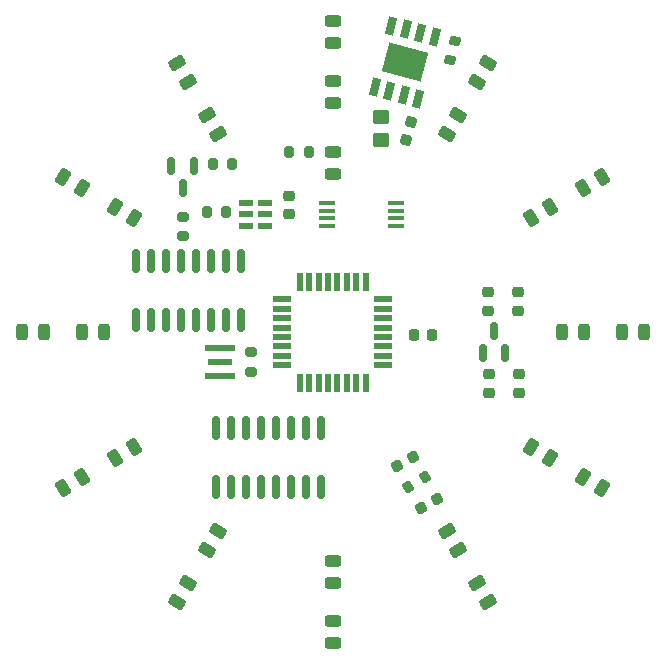
<source format=gbr>
%TF.GenerationSoftware,KiCad,Pcbnew,7.0.9*%
%TF.CreationDate,2025-01-08T15:48:33+01:00*%
%TF.ProjectId,DB-radar,44422d72-6164-4617-922e-6b696361645f,rev?*%
%TF.SameCoordinates,Original*%
%TF.FileFunction,Paste,Top*%
%TF.FilePolarity,Positive*%
%FSLAX46Y46*%
G04 Gerber Fmt 4.6, Leading zero omitted, Abs format (unit mm)*
G04 Created by KiCad (PCBNEW 7.0.9) date 2025-01-08 15:48:33*
%MOMM*%
%LPD*%
G01*
G04 APERTURE LIST*
G04 Aperture macros list*
%AMRoundRect*
0 Rectangle with rounded corners*
0 $1 Rounding radius*
0 $2 $3 $4 $5 $6 $7 $8 $9 X,Y pos of 4 corners*
0 Add a 4 corners polygon primitive as box body*
4,1,4,$2,$3,$4,$5,$6,$7,$8,$9,$2,$3,0*
0 Add four circle primitives for the rounded corners*
1,1,$1+$1,$2,$3*
1,1,$1+$1,$4,$5*
1,1,$1+$1,$6,$7*
1,1,$1+$1,$8,$9*
0 Add four rect primitives between the rounded corners*
20,1,$1+$1,$2,$3,$4,$5,0*
20,1,$1+$1,$4,$5,$6,$7,0*
20,1,$1+$1,$6,$7,$8,$9,0*
20,1,$1+$1,$8,$9,$2,$3,0*%
%AMRotRect*
0 Rectangle, with rotation*
0 The origin of the aperture is its center*
0 $1 length*
0 $2 width*
0 $3 Rotation angle, in degrees counterclockwise*
0 Add horizontal line*
21,1,$1,$2,0,0,$3*%
G04 Aperture macros list end*
%ADD10RoundRect,0.243750X0.439219X0.273249X0.017031X0.516999X-0.439219X-0.273249X-0.017031X-0.516999X0*%
%ADD11RoundRect,0.225000X-0.069856X-0.329006X0.319856X-0.104006X0.069856X0.329006X-0.319856X0.104006X0*%
%ADD12RotRect,0.700000X1.525000X165.000000*%
%ADD13RotRect,2.513000X3.402000X75.000000*%
%ADD14RoundRect,0.200000X-0.275000X0.200000X-0.275000X-0.200000X0.275000X-0.200000X0.275000X0.200000X0*%
%ADD15RoundRect,0.243750X0.243750X0.456250X-0.243750X0.456250X-0.243750X-0.456250X0.243750X-0.456250X0*%
%ADD16RoundRect,0.243750X-0.516999X-0.017031X-0.273249X-0.439219X0.516999X0.017031X0.273249X0.439219X0*%
%ADD17RoundRect,0.243750X-0.017031X0.516999X-0.439219X0.273249X0.017031X-0.516999X0.439219X-0.273249X0*%
%ADD18RoundRect,0.243750X0.273249X-0.439219X0.516999X-0.017031X-0.273249X0.439219X-0.516999X0.017031X0*%
%ADD19RoundRect,0.225000X-0.183247X0.282038X-0.299716X-0.152629X0.183247X-0.282038X0.299716X0.152629X0*%
%ADD20RoundRect,0.243750X-0.456250X0.243750X-0.456250X-0.243750X0.456250X-0.243750X0.456250X0.243750X0*%
%ADD21RoundRect,0.243750X0.456250X-0.243750X0.456250X0.243750X-0.456250X0.243750X-0.456250X-0.243750X0*%
%ADD22RoundRect,0.243750X-0.273249X0.439219X-0.516999X0.017031X0.273249X-0.439219X0.516999X-0.017031X0*%
%ADD23R,2.540000X0.550000*%
%ADD24R,2.000000X0.550000*%
%ADD25RoundRect,0.200000X-0.035705X-0.338157X0.310705X-0.138157X0.035705X0.338157X-0.310705X0.138157X0*%
%ADD26R,1.600000X0.550000*%
%ADD27R,0.550000X1.600000*%
%ADD28RoundRect,0.225000X0.250000X-0.225000X0.250000X0.225000X-0.250000X0.225000X-0.250000X-0.225000X0*%
%ADD29RoundRect,0.243750X0.017031X-0.516999X0.439219X-0.273249X-0.017031X0.516999X-0.439219X0.273249X0*%
%ADD30RoundRect,0.243750X0.516999X0.017031X0.273249X0.439219X-0.516999X-0.017031X-0.273249X-0.439219X0*%
%ADD31RoundRect,0.150000X0.150000X-0.587500X0.150000X0.587500X-0.150000X0.587500X-0.150000X-0.587500X0*%
%ADD32RoundRect,0.150000X0.150000X-0.825000X0.150000X0.825000X-0.150000X0.825000X-0.150000X-0.825000X0*%
%ADD33RoundRect,0.200000X-0.200000X-0.275000X0.200000X-0.275000X0.200000X0.275000X-0.200000X0.275000X0*%
%ADD34R,1.150000X0.600000*%
%ADD35RoundRect,0.243750X-0.439219X-0.273249X-0.017031X-0.516999X0.439219X0.273249X0.017031X0.516999X0*%
%ADD36RoundRect,0.225000X0.225000X0.250000X-0.225000X0.250000X-0.225000X-0.250000X0.225000X-0.250000X0*%
%ADD37R,1.475000X0.450000*%
%ADD38RoundRect,0.225000X-0.250000X0.225000X-0.250000X-0.225000X0.250000X-0.225000X0.250000X0.225000X0*%
%ADD39RoundRect,0.200000X0.275000X-0.200000X0.275000X0.200000X-0.275000X0.200000X-0.275000X-0.200000X0*%
%ADD40RoundRect,0.243750X-0.243750X-0.456250X0.243750X-0.456250X0.243750X0.456250X-0.243750X0.456250X0*%
%ADD41RoundRect,0.150000X-0.150000X0.587500X-0.150000X-0.587500X0.150000X-0.587500X0.150000X0.587500X0*%
%ADD42RoundRect,0.200000X0.213866X-0.264360X0.317393X0.122010X-0.213866X0.264360X-0.317393X-0.122010X0*%
%ADD43RoundRect,0.250000X0.450000X-0.350000X0.450000X0.350000X-0.450000X0.350000X-0.450000X-0.350000X0*%
G04 APERTURE END LIST*
D10*
%TO.C,D28*%
X84814263Y-117308750D03*
X83190465Y-116371250D03*
%TD*%
D11*
%TO.C,C9*%
X108367170Y-137552736D03*
X107024830Y-138327736D03*
%TD*%
D12*
%TO.C,U3*%
X105153994Y-106266541D03*
X106380720Y-106595241D03*
X107607446Y-106923941D03*
X108834171Y-107252641D03*
X110238006Y-102013459D03*
X109011280Y-101684759D03*
X107784554Y-101356059D03*
X106557829Y-101027359D03*
D13*
X107696000Y-104140000D03*
%TD*%
D14*
%TO.C,R4*%
X94658224Y-128672989D03*
X94658224Y-130322989D03*
%TD*%
D15*
%TO.C,D11*%
X77137500Y-127000000D03*
X75262500Y-127000000D03*
%TD*%
D10*
%TO.C,D12*%
X80414854Y-114768750D03*
X78791056Y-113831250D03*
%TD*%
D16*
%TO.C,D23*%
X111291250Y-143785737D03*
X112228750Y-145409535D03*
%TD*%
D17*
%TO.C,D26*%
X84814263Y-136691250D03*
X83190465Y-137628750D03*
%TD*%
D18*
%TO.C,D19*%
X111291250Y-110214263D03*
X112228750Y-108590465D03*
%TD*%
D19*
%TO.C,C4*%
X108204000Y-109220000D03*
X107802830Y-110717186D03*
%TD*%
D20*
%TO.C,D8*%
X101600000Y-151462500D03*
X101600000Y-153337500D03*
%TD*%
D21*
%TO.C,D14*%
X101600000Y-102537500D03*
X101600000Y-100662500D03*
%TD*%
D22*
%TO.C,D25*%
X91908750Y-143785737D03*
X90971250Y-145409535D03*
%TD*%
D23*
%TO.C,Y1*%
X92075000Y-130740000D03*
X92075000Y-128340000D03*
D24*
X92075000Y-129540000D03*
%TD*%
D17*
%TO.C,D10*%
X80414854Y-139231250D03*
X78791056Y-140168750D03*
%TD*%
D25*
%TO.C,R11*%
X107997529Y-140112500D03*
X109426471Y-139287500D03*
%TD*%
D26*
%TO.C,U1*%
X97350000Y-124200000D03*
X97350000Y-125000000D03*
X97350000Y-125800000D03*
X97350000Y-126600000D03*
X97350000Y-127400000D03*
X97350000Y-128200000D03*
X97350000Y-129000000D03*
X97350000Y-129800000D03*
D27*
X98800000Y-131250000D03*
X99600000Y-131250000D03*
X100400000Y-131250000D03*
X101200000Y-131250000D03*
X102000000Y-131250000D03*
X102800000Y-131250000D03*
X103600000Y-131250000D03*
X104400000Y-131250000D03*
D26*
X105850000Y-129800000D03*
X105850000Y-129000000D03*
X105850000Y-128200000D03*
X105850000Y-127400000D03*
X105850000Y-126600000D03*
X105850000Y-125800000D03*
X105850000Y-125000000D03*
X105850000Y-124200000D03*
D27*
X104400000Y-122750000D03*
X103600000Y-122750000D03*
X102800000Y-122750000D03*
X102000000Y-122750000D03*
X101200000Y-122750000D03*
X100400000Y-122750000D03*
X99600000Y-122750000D03*
X98800000Y-122750000D03*
%TD*%
D28*
%TO.C,C7*%
X114838000Y-132106000D03*
X114838000Y-130556000D03*
%TD*%
D29*
%TO.C,D4*%
X122785146Y-114768750D03*
X124408944Y-113831250D03*
%TD*%
D30*
%TO.C,D13*%
X89368750Y-105814854D03*
X88431250Y-104191056D03*
%TD*%
D31*
%TO.C,U4*%
X114300000Y-128791000D03*
X116200000Y-128791000D03*
X115250000Y-126916000D03*
%TD*%
D32*
%TO.C,U8*%
X91694000Y-140078000D03*
X92964000Y-140078000D03*
X94234000Y-140078000D03*
X95504000Y-140078000D03*
X96774000Y-140078000D03*
X98044000Y-140078000D03*
X99314000Y-140078000D03*
X100584000Y-140078000D03*
X100584000Y-135128000D03*
X99314000Y-135128000D03*
X98044000Y-135128000D03*
X96774000Y-135128000D03*
X95504000Y-135128000D03*
X94234000Y-135128000D03*
X92964000Y-135128000D03*
X91694000Y-135128000D03*
%TD*%
D33*
%TO.C,R14*%
X91440000Y-112776000D03*
X93090000Y-112776000D03*
%TD*%
D34*
%TO.C,U2*%
X94302000Y-116073000D03*
X94302000Y-117023000D03*
X94302000Y-117973000D03*
X95902000Y-117973000D03*
X95902000Y-117023000D03*
X95902000Y-116073000D03*
%TD*%
D18*
%TO.C,D3*%
X113831250Y-105814854D03*
X114768750Y-104191056D03*
%TD*%
D32*
%TO.C,U5*%
X84963000Y-125919000D03*
X86233000Y-125919000D03*
X87503000Y-125919000D03*
X88773000Y-125919000D03*
X90043000Y-125919000D03*
X91313000Y-125919000D03*
X92583000Y-125919000D03*
X93853000Y-125919000D03*
X93853000Y-120969000D03*
X92583000Y-120969000D03*
X91313000Y-120969000D03*
X90043000Y-120969000D03*
X88773000Y-120969000D03*
X87503000Y-120969000D03*
X86233000Y-120969000D03*
X84963000Y-120969000D03*
%TD*%
D35*
%TO.C,D22*%
X118385737Y-136691250D03*
X120009535Y-137628750D03*
%TD*%
D36*
%TO.C,C1*%
X110008000Y-127254000D03*
X108458000Y-127254000D03*
%TD*%
D30*
%TO.C,D29*%
X91908750Y-110214263D03*
X90971250Y-108590465D03*
%TD*%
D37*
%TO.C,Q1*%
X101092000Y-116048000D03*
X101092000Y-116698000D03*
X101092000Y-117348000D03*
X101092000Y-117998000D03*
X106968000Y-117998000D03*
X106968000Y-117348000D03*
X106968000Y-116698000D03*
X106968000Y-116048000D03*
%TD*%
D33*
%TO.C,R9*%
X90932000Y-116840000D03*
X92582000Y-116840000D03*
%TD*%
D29*
%TO.C,D20*%
X118385737Y-117308750D03*
X120009535Y-116371250D03*
%TD*%
D28*
%TO.C,C2*%
X97934000Y-117023000D03*
X97934000Y-115473000D03*
%TD*%
D38*
%TO.C,C5*%
X117256112Y-123617346D03*
X117256112Y-125167346D03*
%TD*%
D21*
%TO.C,D1*%
X101600000Y-113635000D03*
X101600000Y-111760000D03*
%TD*%
D11*
%TO.C,C10*%
X109056830Y-141847264D03*
X110399170Y-141072264D03*
%TD*%
D20*
%TO.C,D24*%
X101600000Y-146382500D03*
X101600000Y-148257500D03*
%TD*%
D38*
%TO.C,C6*%
X114746112Y-123617346D03*
X114746112Y-125167346D03*
%TD*%
D22*
%TO.C,D9*%
X89368750Y-148185146D03*
X88431250Y-149808944D03*
%TD*%
D21*
%TO.C,D30*%
X101600000Y-107617500D03*
X101600000Y-105742500D03*
%TD*%
D39*
%TO.C,R3*%
X88900000Y-118872000D03*
X88900000Y-117222000D03*
%TD*%
D40*
%TO.C,D21*%
X120982500Y-127000000D03*
X122857500Y-127000000D03*
%TD*%
%TO.C,D5*%
X126062500Y-127000000D03*
X127937500Y-127000000D03*
%TD*%
D28*
%TO.C,C8*%
X117348000Y-132106000D03*
X117348000Y-130556000D03*
%TD*%
D41*
%TO.C,Q3*%
X87950000Y-112933000D03*
X89850000Y-112933000D03*
X88900000Y-114808000D03*
%TD*%
D15*
%TO.C,D27*%
X82217500Y-127000000D03*
X80342500Y-127000000D03*
%TD*%
D42*
%TO.C,R6*%
X111546474Y-103920889D03*
X111973526Y-102327111D03*
%TD*%
D35*
%TO.C,D6*%
X122785146Y-139231250D03*
X124408944Y-140168750D03*
%TD*%
D16*
%TO.C,D7*%
X113831250Y-148185146D03*
X114768750Y-149808944D03*
%TD*%
D43*
%TO.C,R10*%
X105664000Y-110728000D03*
X105664000Y-108728000D03*
%TD*%
D33*
%TO.C,R7*%
X97918000Y-111760000D03*
X99568000Y-111760000D03*
%TD*%
M02*

</source>
